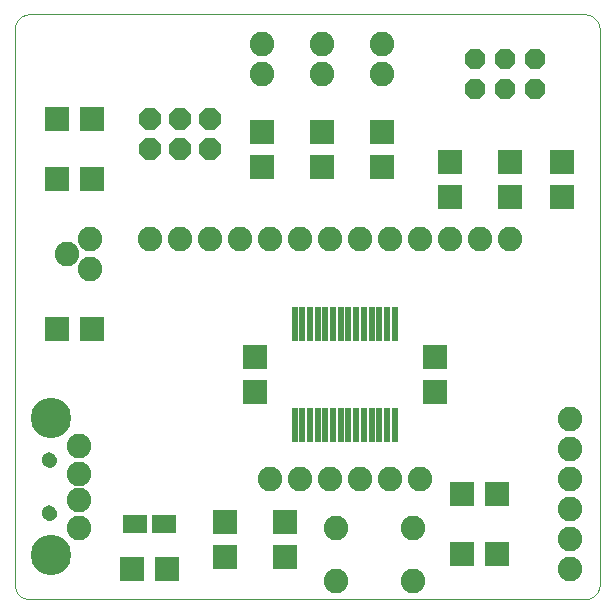
<source format=gts>
G75*
G70*
%OFA0B0*%
%FSLAX24Y24*%
%IPPOS*%
%LPD*%
%AMOC8*
5,1,8,0,0,1.08239X$1,22.5*
%
%ADD10C,0.0000*%
%ADD11R,0.0217X0.1130*%
%ADD12C,0.0820*%
%ADD13R,0.0790X0.0789*%
%ADD14R,0.0789X0.0790*%
%ADD15OC8,0.0720*%
%ADD16OC8,0.0680*%
%ADD17C,0.1346*%
%ADD18C,0.0513*%
%ADD19R,0.0789X0.0631*%
D10*
X005948Y001650D02*
X005948Y020150D01*
X005950Y020194D01*
X005956Y020237D01*
X005965Y020279D01*
X005978Y020321D01*
X005995Y020361D01*
X006015Y020400D01*
X006038Y020437D01*
X006065Y020471D01*
X006094Y020504D01*
X006127Y020533D01*
X006161Y020560D01*
X006198Y020583D01*
X006237Y020603D01*
X006277Y020620D01*
X006319Y020633D01*
X006361Y020642D01*
X006404Y020648D01*
X006448Y020650D01*
X024948Y020650D01*
X024992Y020648D01*
X025035Y020642D01*
X025077Y020633D01*
X025119Y020620D01*
X025159Y020603D01*
X025198Y020583D01*
X025235Y020560D01*
X025269Y020533D01*
X025302Y020504D01*
X025331Y020471D01*
X025358Y020437D01*
X025381Y020400D01*
X025401Y020361D01*
X025418Y020321D01*
X025431Y020279D01*
X025440Y020237D01*
X025446Y020194D01*
X025448Y020150D01*
X025448Y001650D01*
X025446Y001606D01*
X025440Y001563D01*
X025431Y001521D01*
X025418Y001479D01*
X025401Y001439D01*
X025381Y001400D01*
X025358Y001363D01*
X025331Y001329D01*
X025302Y001296D01*
X025269Y001267D01*
X025235Y001240D01*
X025198Y001217D01*
X025159Y001197D01*
X025119Y001180D01*
X025077Y001167D01*
X025035Y001158D01*
X024992Y001152D01*
X024948Y001150D01*
X006448Y001150D01*
X006404Y001152D01*
X006361Y001158D01*
X006319Y001167D01*
X006277Y001180D01*
X006237Y001197D01*
X006198Y001217D01*
X006161Y001240D01*
X006127Y001267D01*
X006094Y001296D01*
X006065Y001329D01*
X006038Y001363D01*
X006015Y001400D01*
X005995Y001439D01*
X005978Y001479D01*
X005965Y001521D01*
X005956Y001563D01*
X005950Y001606D01*
X005948Y001650D01*
X006892Y004014D02*
X006894Y004043D01*
X006900Y004071D01*
X006909Y004099D01*
X006922Y004125D01*
X006939Y004148D01*
X006958Y004170D01*
X006980Y004189D01*
X007005Y004204D01*
X007031Y004217D01*
X007059Y004225D01*
X007087Y004230D01*
X007116Y004231D01*
X007145Y004228D01*
X007173Y004221D01*
X007200Y004211D01*
X007226Y004197D01*
X007249Y004180D01*
X007270Y004160D01*
X007288Y004137D01*
X007303Y004112D01*
X007314Y004085D01*
X007322Y004057D01*
X007326Y004028D01*
X007326Y004000D01*
X007322Y003971D01*
X007314Y003943D01*
X007303Y003916D01*
X007288Y003891D01*
X007270Y003868D01*
X007249Y003848D01*
X007226Y003831D01*
X007200Y003817D01*
X007173Y003807D01*
X007145Y003800D01*
X007116Y003797D01*
X007087Y003798D01*
X007059Y003803D01*
X007031Y003811D01*
X007005Y003824D01*
X006980Y003839D01*
X006958Y003858D01*
X006939Y003880D01*
X006922Y003903D01*
X006909Y003929D01*
X006900Y003957D01*
X006894Y003985D01*
X006892Y004014D01*
X006892Y005786D02*
X006894Y005815D01*
X006900Y005843D01*
X006909Y005871D01*
X006922Y005897D01*
X006939Y005920D01*
X006958Y005942D01*
X006980Y005961D01*
X007005Y005976D01*
X007031Y005989D01*
X007059Y005997D01*
X007087Y006002D01*
X007116Y006003D01*
X007145Y006000D01*
X007173Y005993D01*
X007200Y005983D01*
X007226Y005969D01*
X007249Y005952D01*
X007270Y005932D01*
X007288Y005909D01*
X007303Y005884D01*
X007314Y005857D01*
X007322Y005829D01*
X007326Y005800D01*
X007326Y005772D01*
X007322Y005743D01*
X007314Y005715D01*
X007303Y005688D01*
X007288Y005663D01*
X007270Y005640D01*
X007249Y005620D01*
X007226Y005603D01*
X007200Y005589D01*
X007173Y005579D01*
X007145Y005572D01*
X007116Y005569D01*
X007087Y005570D01*
X007059Y005575D01*
X007031Y005583D01*
X007005Y005596D01*
X006980Y005611D01*
X006958Y005630D01*
X006939Y005652D01*
X006922Y005675D01*
X006909Y005701D01*
X006900Y005729D01*
X006894Y005757D01*
X006892Y005786D01*
D11*
X015284Y006961D03*
X015540Y006961D03*
X015796Y006961D03*
X016052Y006961D03*
X016308Y006961D03*
X016564Y006961D03*
X016820Y006961D03*
X017076Y006961D03*
X017332Y006961D03*
X017588Y006961D03*
X017844Y006961D03*
X018099Y006961D03*
X018355Y006961D03*
X018611Y006961D03*
X018611Y010339D03*
X018355Y010339D03*
X018099Y010339D03*
X017844Y010339D03*
X017588Y010339D03*
X017332Y010339D03*
X017076Y010339D03*
X016820Y010339D03*
X016564Y010339D03*
X016308Y010339D03*
X016052Y010339D03*
X015796Y010339D03*
X015540Y010339D03*
X015284Y010339D03*
D12*
X015448Y013150D03*
X016448Y013150D03*
X017448Y013150D03*
X018448Y013150D03*
X019448Y013150D03*
X020448Y013150D03*
X021448Y013150D03*
X022448Y013150D03*
X018198Y018650D03*
X018198Y019650D03*
X016198Y019650D03*
X016198Y018650D03*
X014198Y018650D03*
X014198Y019650D03*
X014448Y013150D03*
X013448Y013150D03*
X012448Y013150D03*
X011448Y013150D03*
X010448Y013150D03*
X008448Y013150D03*
X007698Y012650D03*
X008448Y012150D03*
X008093Y006278D03*
X008093Y005344D03*
X008093Y004456D03*
X008093Y003522D03*
X014448Y005150D03*
X015448Y005150D03*
X016448Y005150D03*
X017448Y005150D03*
X018448Y005150D03*
X019448Y005150D03*
X019228Y003540D03*
X019228Y001760D03*
X016668Y001760D03*
X016668Y003540D03*
X024448Y003150D03*
X024448Y002150D03*
X024448Y004150D03*
X024448Y005150D03*
X024448Y006150D03*
X024448Y007150D03*
D13*
X019948Y008060D03*
X019948Y009240D03*
X013948Y009240D03*
X013948Y008060D03*
X014948Y003740D03*
X014948Y002560D03*
X012948Y002560D03*
X012948Y003740D03*
X020448Y014560D03*
X020448Y015740D03*
X022448Y015740D03*
X022448Y014560D03*
X024198Y014560D03*
X024198Y015740D03*
X018198Y015560D03*
X018198Y016740D03*
X016198Y016740D03*
X016198Y015560D03*
X014198Y015560D03*
X014198Y016740D03*
D14*
X008538Y017150D03*
X007358Y017150D03*
X007358Y015150D03*
X008538Y015150D03*
X008538Y010150D03*
X007358Y010150D03*
X009858Y002150D03*
X011038Y002150D03*
X020858Y002650D03*
X022038Y002650D03*
X022038Y004650D03*
X020858Y004650D03*
D15*
X012448Y016150D03*
X011448Y016150D03*
X011448Y017150D03*
X012448Y017150D03*
X010448Y017150D03*
X010448Y016150D03*
D16*
X021298Y018150D03*
X022298Y018150D03*
X023298Y018150D03*
X023298Y019150D03*
X022298Y019150D03*
X021298Y019150D03*
D17*
X007148Y007183D03*
X007148Y002617D03*
D18*
X007109Y004014D03*
X007109Y005786D03*
D19*
X009966Y003650D03*
X010930Y003650D03*
M02*

</source>
